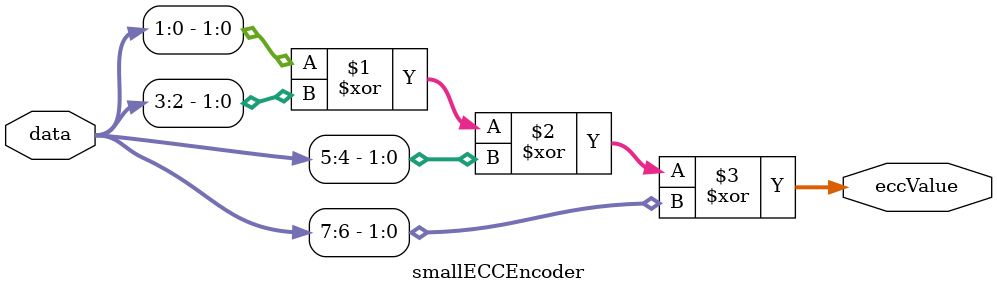
<source format=v>
`timescale 1 ps / 1 ps

module cosmicRayDetection (
    input clk,
    input rst,
    
    input eccStatus,
    
    output reg eccErrorOccured // Errors in M20Ks
);

// ECC Detection
always @(posedge clk) begin
    if(rst) begin
        eccErrorOccured <= 0;
    end else begin
        if(eccStatus) eccErrorOccured <= 1;
    end
end

endmodule


module smallECCEncoder(
    input[7:0] data,
    output[1:0] eccValue
);

assign eccValue = data[1:0] ^ data[3:2] ^ data[5:4] ^ data[7:6];

endmodule


</source>
